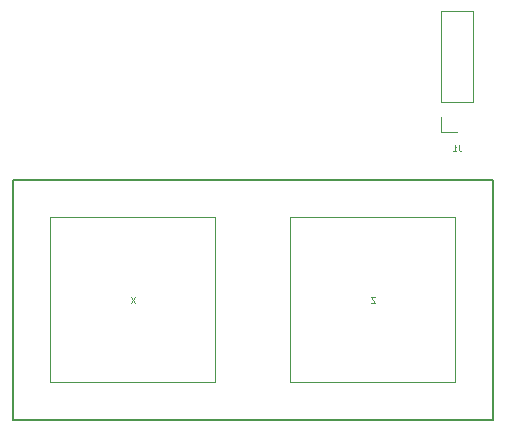
<source format=gbr>
%TF.GenerationSoftware,KiCad,Pcbnew,7.0.8*%
%TF.CreationDate,2023-10-17T23:27:51+01:00*%
%TF.ProjectId,MoonPad,4d6f6f6e-5061-4642-9e6b-696361645f70,rev?*%
%TF.SameCoordinates,Original*%
%TF.FileFunction,Legend,Bot*%
%TF.FilePolarity,Positive*%
%FSLAX46Y46*%
G04 Gerber Fmt 4.6, Leading zero omitted, Abs format (unit mm)*
G04 Created by KiCad (PCBNEW 7.0.8) date 2023-10-17 23:27:51*
%MOMM*%
%LPD*%
G01*
G04 APERTURE LIST*
%ADD10C,0.150000*%
%ADD11C,0.125000*%
%ADD12C,0.120000*%
%ADD13C,0.650000*%
%ADD14O,1.000000X2.100000*%
%ADD15O,1.000000X1.600000*%
%ADD16C,2.200000*%
%ADD17C,1.700000*%
%ADD18R,1.700000X1.700000*%
%ADD19O,1.700000X1.700000*%
G04 APERTURE END LIST*
D10*
X125730000Y-95250000D02*
X166370000Y-95250000D01*
X166370000Y-115570000D01*
X125730000Y-115570000D01*
X125730000Y-95250000D01*
D11*
X136056666Y-105134809D02*
X135723333Y-105634809D01*
X135723333Y-105134809D02*
X136056666Y-105634809D01*
X156376666Y-105134809D02*
X156043333Y-105134809D01*
X156043333Y-105134809D02*
X156376666Y-105634809D01*
X156376666Y-105634809D02*
X156043333Y-105634809D01*
X163488666Y-92307809D02*
X163488666Y-92664952D01*
X163488666Y-92664952D02*
X163512475Y-92736380D01*
X163512475Y-92736380D02*
X163560094Y-92784000D01*
X163560094Y-92784000D02*
X163631523Y-92807809D01*
X163631523Y-92807809D02*
X163679142Y-92807809D01*
X162988666Y-92807809D02*
X163274380Y-92807809D01*
X163131523Y-92807809D02*
X163131523Y-92307809D01*
X163131523Y-92307809D02*
X163179142Y-92379238D01*
X163179142Y-92379238D02*
X163226761Y-92426857D01*
X163226761Y-92426857D02*
X163274380Y-92450666D01*
D12*
%TO.C,X*%
X142875000Y-112395000D02*
X142875000Y-98425000D01*
X142875000Y-98425000D02*
X128905000Y-98425000D01*
X128905000Y-112395000D02*
X142875000Y-112395000D01*
X128905000Y-98425000D02*
X128905000Y-112395000D01*
%TO.C,Z*%
X163195000Y-112395000D02*
X163195000Y-98425000D01*
X163195000Y-98425000D02*
X149225000Y-98425000D01*
X149225000Y-112395000D02*
X163195000Y-112395000D01*
X149225000Y-98425000D02*
X149225000Y-112395000D01*
%TO.C,J1*%
X161992000Y-80956000D02*
X164652000Y-80956000D01*
X161992000Y-88636000D02*
X161992000Y-80956000D01*
X161992000Y-88636000D02*
X164652000Y-88636000D01*
X161992000Y-89906000D02*
X161992000Y-91236000D01*
X161992000Y-91236000D02*
X163322000Y-91236000D01*
X164652000Y-88636000D02*
X164652000Y-80956000D01*
%TD*%
%LPC*%
D13*
%TO.C,J3*%
X148940000Y-83245000D03*
X143160000Y-83245000D03*
D14*
X150370000Y-83775000D03*
D15*
X150370000Y-79595000D03*
D14*
X141730000Y-83775000D03*
D15*
X141730000Y-79595000D03*
%TD*%
D16*
%TO.C,H2*%
X165100000Y-96520000D03*
%TD*%
%TO.C,H4*%
X165100000Y-114300000D03*
%TD*%
%TO.C,H3*%
X127000000Y-114300000D03*
%TD*%
%TO.C,H1*%
X127000000Y-96520000D03*
%TD*%
D17*
%TO.C,X*%
X140970000Y-105410000D03*
X130810000Y-105410000D03*
%TD*%
%TO.C,Z*%
X161290000Y-105410000D03*
X151130000Y-105410000D03*
%TD*%
D18*
%TO.C,J1*%
X163322000Y-89906000D03*
D19*
X163322000Y-87366000D03*
X163322000Y-84826000D03*
X163322000Y-82286000D03*
%TD*%
%LPD*%
M02*

</source>
